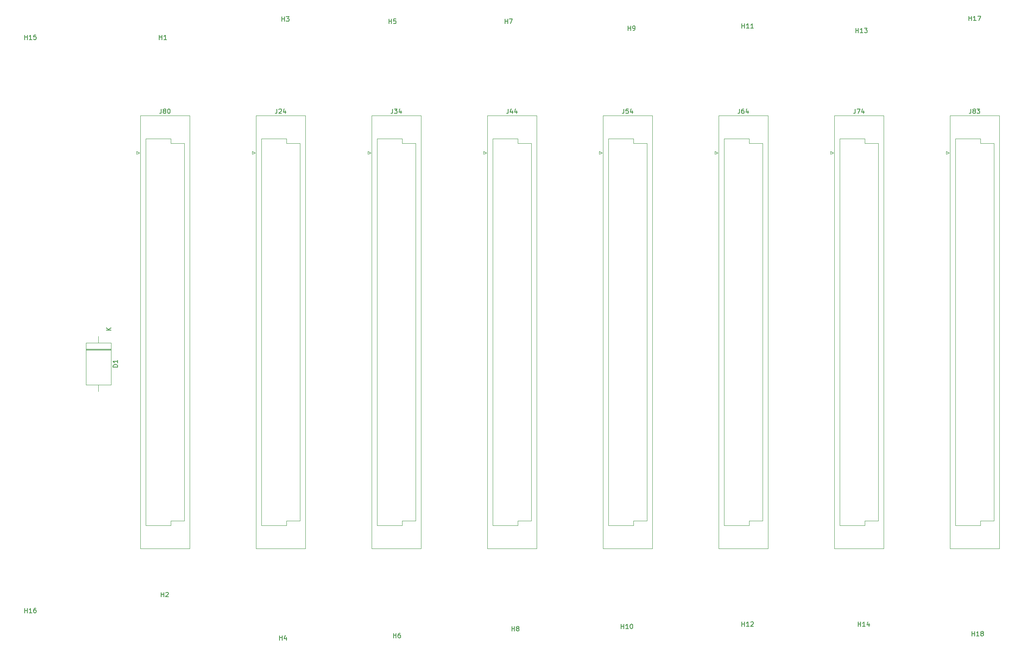
<source format=gbr>
%TF.GenerationSoftware,KiCad,Pcbnew,8.0.9-8.0.9-0~ubuntu22.04.1*%
%TF.CreationDate,2025-06-30T15:02:04+02:00*%
%TF.ProjectId,CPU09BP8,43505530-3942-4503-982e-6b696361645f,rev?*%
%TF.SameCoordinates,Original*%
%TF.FileFunction,Legend,Top*%
%TF.FilePolarity,Positive*%
%FSLAX46Y46*%
G04 Gerber Fmt 4.6, Leading zero omitted, Abs format (unit mm)*
G04 Created by KiCad (PCBNEW 8.0.9-8.0.9-0~ubuntu22.04.1) date 2025-06-30 15:02:04*
%MOMM*%
%LPD*%
G01*
G04 APERTURE LIST*
%ADD10C,0.150000*%
%ADD11C,0.120000*%
G04 APERTURE END LIST*
D10*
X216050476Y-17204819D02*
X216050476Y-17919104D01*
X216050476Y-17919104D02*
X216002857Y-18061961D01*
X216002857Y-18061961D02*
X215907619Y-18157200D01*
X215907619Y-18157200D02*
X215764762Y-18204819D01*
X215764762Y-18204819D02*
X215669524Y-18204819D01*
X216669524Y-17633390D02*
X216574286Y-17585771D01*
X216574286Y-17585771D02*
X216526667Y-17538152D01*
X216526667Y-17538152D02*
X216479048Y-17442914D01*
X216479048Y-17442914D02*
X216479048Y-17395295D01*
X216479048Y-17395295D02*
X216526667Y-17300057D01*
X216526667Y-17300057D02*
X216574286Y-17252438D01*
X216574286Y-17252438D02*
X216669524Y-17204819D01*
X216669524Y-17204819D02*
X216860000Y-17204819D01*
X216860000Y-17204819D02*
X216955238Y-17252438D01*
X216955238Y-17252438D02*
X217002857Y-17300057D01*
X217002857Y-17300057D02*
X217050476Y-17395295D01*
X217050476Y-17395295D02*
X217050476Y-17442914D01*
X217050476Y-17442914D02*
X217002857Y-17538152D01*
X217002857Y-17538152D02*
X216955238Y-17585771D01*
X216955238Y-17585771D02*
X216860000Y-17633390D01*
X216860000Y-17633390D02*
X216669524Y-17633390D01*
X216669524Y-17633390D02*
X216574286Y-17681009D01*
X216574286Y-17681009D02*
X216526667Y-17728628D01*
X216526667Y-17728628D02*
X216479048Y-17823866D01*
X216479048Y-17823866D02*
X216479048Y-18014342D01*
X216479048Y-18014342D02*
X216526667Y-18109580D01*
X216526667Y-18109580D02*
X216574286Y-18157200D01*
X216574286Y-18157200D02*
X216669524Y-18204819D01*
X216669524Y-18204819D02*
X216860000Y-18204819D01*
X216860000Y-18204819D02*
X216955238Y-18157200D01*
X216955238Y-18157200D02*
X217002857Y-18109580D01*
X217002857Y-18109580D02*
X217050476Y-18014342D01*
X217050476Y-18014342D02*
X217050476Y-17823866D01*
X217050476Y-17823866D02*
X217002857Y-17728628D01*
X217002857Y-17728628D02*
X216955238Y-17681009D01*
X216955238Y-17681009D02*
X216860000Y-17633390D01*
X217383810Y-17204819D02*
X218002857Y-17204819D01*
X218002857Y-17204819D02*
X217669524Y-17585771D01*
X217669524Y-17585771D02*
X217812381Y-17585771D01*
X217812381Y-17585771D02*
X217907619Y-17633390D01*
X217907619Y-17633390D02*
X217955238Y-17681009D01*
X217955238Y-17681009D02*
X218002857Y-17776247D01*
X218002857Y-17776247D02*
X218002857Y-18014342D01*
X218002857Y-18014342D02*
X217955238Y-18109580D01*
X217955238Y-18109580D02*
X217907619Y-18157200D01*
X217907619Y-18157200D02*
X217812381Y-18204819D01*
X217812381Y-18204819D02*
X217526667Y-18204819D01*
X217526667Y-18204819D02*
X217431429Y-18157200D01*
X217431429Y-18157200D02*
X217383810Y-18109580D01*
X216256905Y-133054819D02*
X216256905Y-132054819D01*
X216256905Y-132531009D02*
X216828333Y-132531009D01*
X216828333Y-133054819D02*
X216828333Y-132054819D01*
X217828333Y-133054819D02*
X217256905Y-133054819D01*
X217542619Y-133054819D02*
X217542619Y-132054819D01*
X217542619Y-132054819D02*
X217447381Y-132197676D01*
X217447381Y-132197676D02*
X217352143Y-132292914D01*
X217352143Y-132292914D02*
X217256905Y-132340533D01*
X218399762Y-132483390D02*
X218304524Y-132435771D01*
X218304524Y-132435771D02*
X218256905Y-132388152D01*
X218256905Y-132388152D02*
X218209286Y-132292914D01*
X218209286Y-132292914D02*
X218209286Y-132245295D01*
X218209286Y-132245295D02*
X218256905Y-132150057D01*
X218256905Y-132150057D02*
X218304524Y-132102438D01*
X218304524Y-132102438D02*
X218399762Y-132054819D01*
X218399762Y-132054819D02*
X218590238Y-132054819D01*
X218590238Y-132054819D02*
X218685476Y-132102438D01*
X218685476Y-132102438D02*
X218733095Y-132150057D01*
X218733095Y-132150057D02*
X218780714Y-132245295D01*
X218780714Y-132245295D02*
X218780714Y-132292914D01*
X218780714Y-132292914D02*
X218733095Y-132388152D01*
X218733095Y-132388152D02*
X218685476Y-132435771D01*
X218685476Y-132435771D02*
X218590238Y-132483390D01*
X218590238Y-132483390D02*
X218399762Y-132483390D01*
X218399762Y-132483390D02*
X218304524Y-132531009D01*
X218304524Y-132531009D02*
X218256905Y-132578628D01*
X218256905Y-132578628D02*
X218209286Y-132673866D01*
X218209286Y-132673866D02*
X218209286Y-132864342D01*
X218209286Y-132864342D02*
X218256905Y-132959580D01*
X218256905Y-132959580D02*
X218304524Y-133007200D01*
X218304524Y-133007200D02*
X218399762Y-133054819D01*
X218399762Y-133054819D02*
X218590238Y-133054819D01*
X218590238Y-133054819D02*
X218685476Y-133007200D01*
X218685476Y-133007200D02*
X218733095Y-132959580D01*
X218733095Y-132959580D02*
X218780714Y-132864342D01*
X218780714Y-132864342D02*
X218780714Y-132673866D01*
X218780714Y-132673866D02*
X218733095Y-132578628D01*
X218733095Y-132578628D02*
X218685476Y-132531009D01*
X218685476Y-132531009D02*
X218590238Y-132483390D01*
X215621905Y2200180D02*
X215621905Y3200180D01*
X215621905Y2723990D02*
X216193333Y2723990D01*
X216193333Y2200180D02*
X216193333Y3200180D01*
X217193333Y2200180D02*
X216621905Y2200180D01*
X216907619Y2200180D02*
X216907619Y3200180D01*
X216907619Y3200180D02*
X216812381Y3057323D01*
X216812381Y3057323D02*
X216717143Y2962085D01*
X216717143Y2962085D02*
X216621905Y2914466D01*
X217526667Y3200180D02*
X218193333Y3200180D01*
X218193333Y3200180D02*
X217764762Y2200180D01*
X89238095Y-133454819D02*
X89238095Y-132454819D01*
X89238095Y-132931009D02*
X89809523Y-132931009D01*
X89809523Y-133454819D02*
X89809523Y-132454819D01*
X90714285Y-132454819D02*
X90523809Y-132454819D01*
X90523809Y-132454819D02*
X90428571Y-132502438D01*
X90428571Y-132502438D02*
X90380952Y-132550057D01*
X90380952Y-132550057D02*
X90285714Y-132692914D01*
X90285714Y-132692914D02*
X90238095Y-132883390D01*
X90238095Y-132883390D02*
X90238095Y-133264342D01*
X90238095Y-133264342D02*
X90285714Y-133359580D01*
X90285714Y-133359580D02*
X90333333Y-133407200D01*
X90333333Y-133407200D02*
X90428571Y-133454819D01*
X90428571Y-133454819D02*
X90619047Y-133454819D01*
X90619047Y-133454819D02*
X90714285Y-133407200D01*
X90714285Y-133407200D02*
X90761904Y-133359580D01*
X90761904Y-133359580D02*
X90809523Y-133264342D01*
X90809523Y-133264342D02*
X90809523Y-133026247D01*
X90809523Y-133026247D02*
X90761904Y-132931009D01*
X90761904Y-132931009D02*
X90714285Y-132883390D01*
X90714285Y-132883390D02*
X90619047Y-132835771D01*
X90619047Y-132835771D02*
X90428571Y-132835771D01*
X90428571Y-132835771D02*
X90333333Y-132883390D01*
X90333333Y-132883390D02*
X90285714Y-132931009D01*
X90285714Y-132931009D02*
X90238095Y-133026247D01*
X115238095Y-131954819D02*
X115238095Y-130954819D01*
X115238095Y-131431009D02*
X115809523Y-131431009D01*
X115809523Y-131954819D02*
X115809523Y-130954819D01*
X116428571Y-131383390D02*
X116333333Y-131335771D01*
X116333333Y-131335771D02*
X116285714Y-131288152D01*
X116285714Y-131288152D02*
X116238095Y-131192914D01*
X116238095Y-131192914D02*
X116238095Y-131145295D01*
X116238095Y-131145295D02*
X116285714Y-131050057D01*
X116285714Y-131050057D02*
X116333333Y-131002438D01*
X116333333Y-131002438D02*
X116428571Y-130954819D01*
X116428571Y-130954819D02*
X116619047Y-130954819D01*
X116619047Y-130954819D02*
X116714285Y-131002438D01*
X116714285Y-131002438D02*
X116761904Y-131050057D01*
X116761904Y-131050057D02*
X116809523Y-131145295D01*
X116809523Y-131145295D02*
X116809523Y-131192914D01*
X116809523Y-131192914D02*
X116761904Y-131288152D01*
X116761904Y-131288152D02*
X116714285Y-131335771D01*
X116714285Y-131335771D02*
X116619047Y-131383390D01*
X116619047Y-131383390D02*
X116428571Y-131383390D01*
X116428571Y-131383390D02*
X116333333Y-131431009D01*
X116333333Y-131431009D02*
X116285714Y-131478628D01*
X116285714Y-131478628D02*
X116238095Y-131573866D01*
X116238095Y-131573866D02*
X116238095Y-131764342D01*
X116238095Y-131764342D02*
X116285714Y-131859580D01*
X116285714Y-131859580D02*
X116333333Y-131907200D01*
X116333333Y-131907200D02*
X116428571Y-131954819D01*
X116428571Y-131954819D02*
X116619047Y-131954819D01*
X116619047Y-131954819D02*
X116714285Y-131907200D01*
X116714285Y-131907200D02*
X116761904Y-131859580D01*
X116761904Y-131859580D02*
X116809523Y-131764342D01*
X116809523Y-131764342D02*
X116809523Y-131573866D01*
X116809523Y-131573866D02*
X116761904Y-131478628D01*
X116761904Y-131478628D02*
X116714285Y-131431009D01*
X116714285Y-131431009D02*
X116619047Y-131383390D01*
X38250476Y-17204819D02*
X38250476Y-17919104D01*
X38250476Y-17919104D02*
X38202857Y-18061961D01*
X38202857Y-18061961D02*
X38107619Y-18157200D01*
X38107619Y-18157200D02*
X37964762Y-18204819D01*
X37964762Y-18204819D02*
X37869524Y-18204819D01*
X38869524Y-17633390D02*
X38774286Y-17585771D01*
X38774286Y-17585771D02*
X38726667Y-17538152D01*
X38726667Y-17538152D02*
X38679048Y-17442914D01*
X38679048Y-17442914D02*
X38679048Y-17395295D01*
X38679048Y-17395295D02*
X38726667Y-17300057D01*
X38726667Y-17300057D02*
X38774286Y-17252438D01*
X38774286Y-17252438D02*
X38869524Y-17204819D01*
X38869524Y-17204819D02*
X39060000Y-17204819D01*
X39060000Y-17204819D02*
X39155238Y-17252438D01*
X39155238Y-17252438D02*
X39202857Y-17300057D01*
X39202857Y-17300057D02*
X39250476Y-17395295D01*
X39250476Y-17395295D02*
X39250476Y-17442914D01*
X39250476Y-17442914D02*
X39202857Y-17538152D01*
X39202857Y-17538152D02*
X39155238Y-17585771D01*
X39155238Y-17585771D02*
X39060000Y-17633390D01*
X39060000Y-17633390D02*
X38869524Y-17633390D01*
X38869524Y-17633390D02*
X38774286Y-17681009D01*
X38774286Y-17681009D02*
X38726667Y-17728628D01*
X38726667Y-17728628D02*
X38679048Y-17823866D01*
X38679048Y-17823866D02*
X38679048Y-18014342D01*
X38679048Y-18014342D02*
X38726667Y-18109580D01*
X38726667Y-18109580D02*
X38774286Y-18157200D01*
X38774286Y-18157200D02*
X38869524Y-18204819D01*
X38869524Y-18204819D02*
X39060000Y-18204819D01*
X39060000Y-18204819D02*
X39155238Y-18157200D01*
X39155238Y-18157200D02*
X39202857Y-18109580D01*
X39202857Y-18109580D02*
X39250476Y-18014342D01*
X39250476Y-18014342D02*
X39250476Y-17823866D01*
X39250476Y-17823866D02*
X39202857Y-17728628D01*
X39202857Y-17728628D02*
X39155238Y-17681009D01*
X39155238Y-17681009D02*
X39060000Y-17633390D01*
X39869524Y-17204819D02*
X39964762Y-17204819D01*
X39964762Y-17204819D02*
X40060000Y-17252438D01*
X40060000Y-17252438D02*
X40107619Y-17300057D01*
X40107619Y-17300057D02*
X40155238Y-17395295D01*
X40155238Y-17395295D02*
X40202857Y-17585771D01*
X40202857Y-17585771D02*
X40202857Y-17823866D01*
X40202857Y-17823866D02*
X40155238Y-18014342D01*
X40155238Y-18014342D02*
X40107619Y-18109580D01*
X40107619Y-18109580D02*
X40060000Y-18157200D01*
X40060000Y-18157200D02*
X39964762Y-18204819D01*
X39964762Y-18204819D02*
X39869524Y-18204819D01*
X39869524Y-18204819D02*
X39774286Y-18157200D01*
X39774286Y-18157200D02*
X39726667Y-18109580D01*
X39726667Y-18109580D02*
X39679048Y-18014342D01*
X39679048Y-18014342D02*
X39631429Y-17823866D01*
X39631429Y-17823866D02*
X39631429Y-17585771D01*
X39631429Y-17585771D02*
X39679048Y-17395295D01*
X39679048Y-17395295D02*
X39726667Y-17300057D01*
X39726667Y-17300057D02*
X39774286Y-17252438D01*
X39774286Y-17252438D02*
X39869524Y-17204819D01*
X190650476Y-17204819D02*
X190650476Y-17919104D01*
X190650476Y-17919104D02*
X190602857Y-18061961D01*
X190602857Y-18061961D02*
X190507619Y-18157200D01*
X190507619Y-18157200D02*
X190364762Y-18204819D01*
X190364762Y-18204819D02*
X190269524Y-18204819D01*
X191031429Y-17204819D02*
X191698095Y-17204819D01*
X191698095Y-17204819D02*
X191269524Y-18204819D01*
X192507619Y-17538152D02*
X192507619Y-18204819D01*
X192269524Y-17157200D02*
X192031429Y-17871485D01*
X192031429Y-17871485D02*
X192650476Y-17871485D01*
X191261905Y-130954819D02*
X191261905Y-129954819D01*
X191261905Y-130431009D02*
X191833333Y-130431009D01*
X191833333Y-130954819D02*
X191833333Y-129954819D01*
X192833333Y-130954819D02*
X192261905Y-130954819D01*
X192547619Y-130954819D02*
X192547619Y-129954819D01*
X192547619Y-129954819D02*
X192452381Y-130097676D01*
X192452381Y-130097676D02*
X192357143Y-130192914D01*
X192357143Y-130192914D02*
X192261905Y-130240533D01*
X193690476Y-130288152D02*
X193690476Y-130954819D01*
X193452381Y-129907200D02*
X193214286Y-130621485D01*
X193214286Y-130621485D02*
X193833333Y-130621485D01*
X8261905Y-1954819D02*
X8261905Y-954819D01*
X8261905Y-1431009D02*
X8833333Y-1431009D01*
X8833333Y-1954819D02*
X8833333Y-954819D01*
X9833333Y-1954819D02*
X9261905Y-1954819D01*
X9547619Y-1954819D02*
X9547619Y-954819D01*
X9547619Y-954819D02*
X9452381Y-1097676D01*
X9452381Y-1097676D02*
X9357143Y-1192914D01*
X9357143Y-1192914D02*
X9261905Y-1240533D01*
X10738095Y-954819D02*
X10261905Y-954819D01*
X10261905Y-954819D02*
X10214286Y-1431009D01*
X10214286Y-1431009D02*
X10261905Y-1383390D01*
X10261905Y-1383390D02*
X10357143Y-1335771D01*
X10357143Y-1335771D02*
X10595238Y-1335771D01*
X10595238Y-1335771D02*
X10690476Y-1383390D01*
X10690476Y-1383390D02*
X10738095Y-1431009D01*
X10738095Y-1431009D02*
X10785714Y-1526247D01*
X10785714Y-1526247D02*
X10785714Y-1764342D01*
X10785714Y-1764342D02*
X10738095Y-1859580D01*
X10738095Y-1859580D02*
X10690476Y-1907200D01*
X10690476Y-1907200D02*
X10595238Y-1954819D01*
X10595238Y-1954819D02*
X10357143Y-1954819D01*
X10357143Y-1954819D02*
X10261905Y-1907200D01*
X10261905Y-1907200D02*
X10214286Y-1859580D01*
X139261905Y-131454819D02*
X139261905Y-130454819D01*
X139261905Y-130931009D02*
X139833333Y-130931009D01*
X139833333Y-131454819D02*
X139833333Y-130454819D01*
X140833333Y-131454819D02*
X140261905Y-131454819D01*
X140547619Y-131454819D02*
X140547619Y-130454819D01*
X140547619Y-130454819D02*
X140452381Y-130597676D01*
X140452381Y-130597676D02*
X140357143Y-130692914D01*
X140357143Y-130692914D02*
X140261905Y-130740533D01*
X141452381Y-130454819D02*
X141547619Y-130454819D01*
X141547619Y-130454819D02*
X141642857Y-130502438D01*
X141642857Y-130502438D02*
X141690476Y-130550057D01*
X141690476Y-130550057D02*
X141738095Y-130645295D01*
X141738095Y-130645295D02*
X141785714Y-130835771D01*
X141785714Y-130835771D02*
X141785714Y-131073866D01*
X141785714Y-131073866D02*
X141738095Y-131264342D01*
X141738095Y-131264342D02*
X141690476Y-131359580D01*
X141690476Y-131359580D02*
X141642857Y-131407200D01*
X141642857Y-131407200D02*
X141547619Y-131454819D01*
X141547619Y-131454819D02*
X141452381Y-131454819D01*
X141452381Y-131454819D02*
X141357143Y-131407200D01*
X141357143Y-131407200D02*
X141309524Y-131359580D01*
X141309524Y-131359580D02*
X141261905Y-131264342D01*
X141261905Y-131264342D02*
X141214286Y-131073866D01*
X141214286Y-131073866D02*
X141214286Y-130835771D01*
X141214286Y-130835771D02*
X141261905Y-130645295D01*
X141261905Y-130645295D02*
X141309524Y-130550057D01*
X141309524Y-130550057D02*
X141357143Y-130502438D01*
X141357143Y-130502438D02*
X141452381Y-130454819D01*
X165250476Y-17204819D02*
X165250476Y-17919104D01*
X165250476Y-17919104D02*
X165202857Y-18061961D01*
X165202857Y-18061961D02*
X165107619Y-18157200D01*
X165107619Y-18157200D02*
X164964762Y-18204819D01*
X164964762Y-18204819D02*
X164869524Y-18204819D01*
X166155238Y-17204819D02*
X165964762Y-17204819D01*
X165964762Y-17204819D02*
X165869524Y-17252438D01*
X165869524Y-17252438D02*
X165821905Y-17300057D01*
X165821905Y-17300057D02*
X165726667Y-17442914D01*
X165726667Y-17442914D02*
X165679048Y-17633390D01*
X165679048Y-17633390D02*
X165679048Y-18014342D01*
X165679048Y-18014342D02*
X165726667Y-18109580D01*
X165726667Y-18109580D02*
X165774286Y-18157200D01*
X165774286Y-18157200D02*
X165869524Y-18204819D01*
X165869524Y-18204819D02*
X166060000Y-18204819D01*
X166060000Y-18204819D02*
X166155238Y-18157200D01*
X166155238Y-18157200D02*
X166202857Y-18109580D01*
X166202857Y-18109580D02*
X166250476Y-18014342D01*
X166250476Y-18014342D02*
X166250476Y-17776247D01*
X166250476Y-17776247D02*
X166202857Y-17681009D01*
X166202857Y-17681009D02*
X166155238Y-17633390D01*
X166155238Y-17633390D02*
X166060000Y-17585771D01*
X166060000Y-17585771D02*
X165869524Y-17585771D01*
X165869524Y-17585771D02*
X165774286Y-17633390D01*
X165774286Y-17633390D02*
X165726667Y-17681009D01*
X165726667Y-17681009D02*
X165679048Y-17776247D01*
X167107619Y-17538152D02*
X167107619Y-18204819D01*
X166869524Y-17157200D02*
X166631429Y-17871485D01*
X166631429Y-17871485D02*
X167250476Y-17871485D01*
X190761905Y-454819D02*
X190761905Y545180D01*
X190761905Y68990D02*
X191333333Y68990D01*
X191333333Y-454819D02*
X191333333Y545180D01*
X192333333Y-454819D02*
X191761905Y-454819D01*
X192047619Y-454819D02*
X192047619Y545180D01*
X192047619Y545180D02*
X191952381Y402323D01*
X191952381Y402323D02*
X191857143Y307085D01*
X191857143Y307085D02*
X191761905Y259466D01*
X192666667Y545180D02*
X193285714Y545180D01*
X193285714Y545180D02*
X192952381Y164228D01*
X192952381Y164228D02*
X193095238Y164228D01*
X193095238Y164228D02*
X193190476Y116609D01*
X193190476Y116609D02*
X193238095Y68990D01*
X193238095Y68990D02*
X193285714Y-26247D01*
X193285714Y-26247D02*
X193285714Y-264342D01*
X193285714Y-264342D02*
X193238095Y-359580D01*
X193238095Y-359580D02*
X193190476Y-407200D01*
X193190476Y-407200D02*
X193095238Y-454819D01*
X193095238Y-454819D02*
X192809524Y-454819D01*
X192809524Y-454819D02*
X192714286Y-407200D01*
X192714286Y-407200D02*
X192666667Y-359580D01*
X37838095Y-1954819D02*
X37838095Y-954819D01*
X37838095Y-1431009D02*
X38409523Y-1431009D01*
X38409523Y-1954819D02*
X38409523Y-954819D01*
X39409523Y-1954819D02*
X38838095Y-1954819D01*
X39123809Y-1954819D02*
X39123809Y-954819D01*
X39123809Y-954819D02*
X39028571Y-1097676D01*
X39028571Y-1097676D02*
X38933333Y-1192914D01*
X38933333Y-1192914D02*
X38838095Y-1240533D01*
X38238095Y-124454819D02*
X38238095Y-123454819D01*
X38238095Y-123931009D02*
X38809523Y-123931009D01*
X38809523Y-124454819D02*
X38809523Y-123454819D01*
X39238095Y-123550057D02*
X39285714Y-123502438D01*
X39285714Y-123502438D02*
X39380952Y-123454819D01*
X39380952Y-123454819D02*
X39619047Y-123454819D01*
X39619047Y-123454819D02*
X39714285Y-123502438D01*
X39714285Y-123502438D02*
X39761904Y-123550057D01*
X39761904Y-123550057D02*
X39809523Y-123645295D01*
X39809523Y-123645295D02*
X39809523Y-123740533D01*
X39809523Y-123740533D02*
X39761904Y-123883390D01*
X39761904Y-123883390D02*
X39190476Y-124454819D01*
X39190476Y-124454819D02*
X39809523Y-124454819D01*
X140738095Y45180D02*
X140738095Y1045180D01*
X140738095Y568990D02*
X141309523Y568990D01*
X141309523Y45180D02*
X141309523Y1045180D01*
X141833333Y45180D02*
X142023809Y45180D01*
X142023809Y45180D02*
X142119047Y92800D01*
X142119047Y92800D02*
X142166666Y140419D01*
X142166666Y140419D02*
X142261904Y283276D01*
X142261904Y283276D02*
X142309523Y473752D01*
X142309523Y473752D02*
X142309523Y854704D01*
X142309523Y854704D02*
X142261904Y949942D01*
X142261904Y949942D02*
X142214285Y997561D01*
X142214285Y997561D02*
X142119047Y1045180D01*
X142119047Y1045180D02*
X141928571Y1045180D01*
X141928571Y1045180D02*
X141833333Y997561D01*
X141833333Y997561D02*
X141785714Y949942D01*
X141785714Y949942D02*
X141738095Y854704D01*
X141738095Y854704D02*
X141738095Y616609D01*
X141738095Y616609D02*
X141785714Y521371D01*
X141785714Y521371D02*
X141833333Y473752D01*
X141833333Y473752D02*
X141928571Y426133D01*
X141928571Y426133D02*
X142119047Y426133D01*
X142119047Y426133D02*
X142214285Y473752D01*
X142214285Y473752D02*
X142261904Y521371D01*
X142261904Y521371D02*
X142309523Y616609D01*
X88238095Y1545180D02*
X88238095Y2545180D01*
X88238095Y2068990D02*
X88809523Y2068990D01*
X88809523Y1545180D02*
X88809523Y2545180D01*
X89761904Y2545180D02*
X89285714Y2545180D01*
X89285714Y2545180D02*
X89238095Y2068990D01*
X89238095Y2068990D02*
X89285714Y2116609D01*
X89285714Y2116609D02*
X89380952Y2164228D01*
X89380952Y2164228D02*
X89619047Y2164228D01*
X89619047Y2164228D02*
X89714285Y2116609D01*
X89714285Y2116609D02*
X89761904Y2068990D01*
X89761904Y2068990D02*
X89809523Y1973752D01*
X89809523Y1973752D02*
X89809523Y1735657D01*
X89809523Y1735657D02*
X89761904Y1640419D01*
X89761904Y1640419D02*
X89714285Y1592800D01*
X89714285Y1592800D02*
X89619047Y1545180D01*
X89619047Y1545180D02*
X89380952Y1545180D01*
X89380952Y1545180D02*
X89285714Y1592800D01*
X89285714Y1592800D02*
X89238095Y1640419D01*
X139850476Y-17204819D02*
X139850476Y-17919104D01*
X139850476Y-17919104D02*
X139802857Y-18061961D01*
X139802857Y-18061961D02*
X139707619Y-18157200D01*
X139707619Y-18157200D02*
X139564762Y-18204819D01*
X139564762Y-18204819D02*
X139469524Y-18204819D01*
X140802857Y-17204819D02*
X140326667Y-17204819D01*
X140326667Y-17204819D02*
X140279048Y-17681009D01*
X140279048Y-17681009D02*
X140326667Y-17633390D01*
X140326667Y-17633390D02*
X140421905Y-17585771D01*
X140421905Y-17585771D02*
X140660000Y-17585771D01*
X140660000Y-17585771D02*
X140755238Y-17633390D01*
X140755238Y-17633390D02*
X140802857Y-17681009D01*
X140802857Y-17681009D02*
X140850476Y-17776247D01*
X140850476Y-17776247D02*
X140850476Y-18014342D01*
X140850476Y-18014342D02*
X140802857Y-18109580D01*
X140802857Y-18109580D02*
X140755238Y-18157200D01*
X140755238Y-18157200D02*
X140660000Y-18204819D01*
X140660000Y-18204819D02*
X140421905Y-18204819D01*
X140421905Y-18204819D02*
X140326667Y-18157200D01*
X140326667Y-18157200D02*
X140279048Y-18109580D01*
X141707619Y-17538152D02*
X141707619Y-18204819D01*
X141469524Y-17157200D02*
X141231429Y-17871485D01*
X141231429Y-17871485D02*
X141850476Y-17871485D01*
X8261905Y-127954819D02*
X8261905Y-126954819D01*
X8261905Y-127431009D02*
X8833333Y-127431009D01*
X8833333Y-127954819D02*
X8833333Y-126954819D01*
X9833333Y-127954819D02*
X9261905Y-127954819D01*
X9547619Y-127954819D02*
X9547619Y-126954819D01*
X9547619Y-126954819D02*
X9452381Y-127097676D01*
X9452381Y-127097676D02*
X9357143Y-127192914D01*
X9357143Y-127192914D02*
X9261905Y-127240533D01*
X10690476Y-126954819D02*
X10500000Y-126954819D01*
X10500000Y-126954819D02*
X10404762Y-127002438D01*
X10404762Y-127002438D02*
X10357143Y-127050057D01*
X10357143Y-127050057D02*
X10261905Y-127192914D01*
X10261905Y-127192914D02*
X10214286Y-127383390D01*
X10214286Y-127383390D02*
X10214286Y-127764342D01*
X10214286Y-127764342D02*
X10261905Y-127859580D01*
X10261905Y-127859580D02*
X10309524Y-127907200D01*
X10309524Y-127907200D02*
X10404762Y-127954819D01*
X10404762Y-127954819D02*
X10595238Y-127954819D01*
X10595238Y-127954819D02*
X10690476Y-127907200D01*
X10690476Y-127907200D02*
X10738095Y-127859580D01*
X10738095Y-127859580D02*
X10785714Y-127764342D01*
X10785714Y-127764342D02*
X10785714Y-127526247D01*
X10785714Y-127526247D02*
X10738095Y-127431009D01*
X10738095Y-127431009D02*
X10690476Y-127383390D01*
X10690476Y-127383390D02*
X10595238Y-127335771D01*
X10595238Y-127335771D02*
X10404762Y-127335771D01*
X10404762Y-127335771D02*
X10309524Y-127383390D01*
X10309524Y-127383390D02*
X10261905Y-127431009D01*
X10261905Y-127431009D02*
X10214286Y-127526247D01*
X28679819Y-73973094D02*
X27679819Y-73973094D01*
X27679819Y-73973094D02*
X27679819Y-73734999D01*
X27679819Y-73734999D02*
X27727438Y-73592142D01*
X27727438Y-73592142D02*
X27822676Y-73496904D01*
X27822676Y-73496904D02*
X27917914Y-73449285D01*
X27917914Y-73449285D02*
X28108390Y-73401666D01*
X28108390Y-73401666D02*
X28251247Y-73401666D01*
X28251247Y-73401666D02*
X28441723Y-73449285D01*
X28441723Y-73449285D02*
X28536961Y-73496904D01*
X28536961Y-73496904D02*
X28632200Y-73592142D01*
X28632200Y-73592142D02*
X28679819Y-73734999D01*
X28679819Y-73734999D02*
X28679819Y-73973094D01*
X28679819Y-72449285D02*
X28679819Y-73020713D01*
X28679819Y-72734999D02*
X27679819Y-72734999D01*
X27679819Y-72734999D02*
X27822676Y-72830237D01*
X27822676Y-72830237D02*
X27917914Y-72925475D01*
X27917914Y-72925475D02*
X27965533Y-73020713D01*
X27209819Y-65876904D02*
X26209819Y-65876904D01*
X27209819Y-65305476D02*
X26638390Y-65734047D01*
X26209819Y-65305476D02*
X26781247Y-65876904D01*
X113738095Y1545180D02*
X113738095Y2545180D01*
X113738095Y2068990D02*
X114309523Y2068990D01*
X114309523Y1545180D02*
X114309523Y2545180D01*
X114690476Y2545180D02*
X115357142Y2545180D01*
X115357142Y2545180D02*
X114928571Y1545180D01*
X165761905Y545180D02*
X165761905Y1545180D01*
X165761905Y1068990D02*
X166333333Y1068990D01*
X166333333Y545180D02*
X166333333Y1545180D01*
X167333333Y545180D02*
X166761905Y545180D01*
X167047619Y545180D02*
X167047619Y1545180D01*
X167047619Y1545180D02*
X166952381Y1402323D01*
X166952381Y1402323D02*
X166857143Y1307085D01*
X166857143Y1307085D02*
X166761905Y1259466D01*
X168285714Y545180D02*
X167714286Y545180D01*
X168000000Y545180D02*
X168000000Y1545180D01*
X168000000Y1545180D02*
X167904762Y1402323D01*
X167904762Y1402323D02*
X167809524Y1307085D01*
X167809524Y1307085D02*
X167714286Y1259466D01*
X114450476Y-17204819D02*
X114450476Y-17919104D01*
X114450476Y-17919104D02*
X114402857Y-18061961D01*
X114402857Y-18061961D02*
X114307619Y-18157200D01*
X114307619Y-18157200D02*
X114164762Y-18204819D01*
X114164762Y-18204819D02*
X114069524Y-18204819D01*
X115355238Y-17538152D02*
X115355238Y-18204819D01*
X115117143Y-17157200D02*
X114879048Y-17871485D01*
X114879048Y-17871485D02*
X115498095Y-17871485D01*
X116307619Y-17538152D02*
X116307619Y-18204819D01*
X116069524Y-17157200D02*
X115831429Y-17871485D01*
X115831429Y-17871485D02*
X116450476Y-17871485D01*
X165761905Y-130954819D02*
X165761905Y-129954819D01*
X165761905Y-130431009D02*
X166333333Y-130431009D01*
X166333333Y-130954819D02*
X166333333Y-129954819D01*
X167333333Y-130954819D02*
X166761905Y-130954819D01*
X167047619Y-130954819D02*
X167047619Y-129954819D01*
X167047619Y-129954819D02*
X166952381Y-130097676D01*
X166952381Y-130097676D02*
X166857143Y-130192914D01*
X166857143Y-130192914D02*
X166761905Y-130240533D01*
X167714286Y-130050057D02*
X167761905Y-130002438D01*
X167761905Y-130002438D02*
X167857143Y-129954819D01*
X167857143Y-129954819D02*
X168095238Y-129954819D01*
X168095238Y-129954819D02*
X168190476Y-130002438D01*
X168190476Y-130002438D02*
X168238095Y-130050057D01*
X168238095Y-130050057D02*
X168285714Y-130145295D01*
X168285714Y-130145295D02*
X168285714Y-130240533D01*
X168285714Y-130240533D02*
X168238095Y-130383390D01*
X168238095Y-130383390D02*
X167666667Y-130954819D01*
X167666667Y-130954819D02*
X168285714Y-130954819D01*
X64238095Y-133954819D02*
X64238095Y-132954819D01*
X64238095Y-133431009D02*
X64809523Y-133431009D01*
X64809523Y-133954819D02*
X64809523Y-132954819D01*
X65714285Y-133288152D02*
X65714285Y-133954819D01*
X65476190Y-132907200D02*
X65238095Y-133621485D01*
X65238095Y-133621485D02*
X65857142Y-133621485D01*
X64738095Y2045180D02*
X64738095Y3045180D01*
X64738095Y2568990D02*
X65309523Y2568990D01*
X65309523Y2045180D02*
X65309523Y3045180D01*
X65690476Y3045180D02*
X66309523Y3045180D01*
X66309523Y3045180D02*
X65976190Y2664228D01*
X65976190Y2664228D02*
X66119047Y2664228D01*
X66119047Y2664228D02*
X66214285Y2616609D01*
X66214285Y2616609D02*
X66261904Y2568990D01*
X66261904Y2568990D02*
X66309523Y2473752D01*
X66309523Y2473752D02*
X66309523Y2235657D01*
X66309523Y2235657D02*
X66261904Y2140419D01*
X66261904Y2140419D02*
X66214285Y2092800D01*
X66214285Y2092800D02*
X66119047Y2045180D01*
X66119047Y2045180D02*
X65833333Y2045180D01*
X65833333Y2045180D02*
X65738095Y2092800D01*
X65738095Y2092800D02*
X65690476Y2140419D01*
X63650476Y-17204819D02*
X63650476Y-17919104D01*
X63650476Y-17919104D02*
X63602857Y-18061961D01*
X63602857Y-18061961D02*
X63507619Y-18157200D01*
X63507619Y-18157200D02*
X63364762Y-18204819D01*
X63364762Y-18204819D02*
X63269524Y-18204819D01*
X64079048Y-17300057D02*
X64126667Y-17252438D01*
X64126667Y-17252438D02*
X64221905Y-17204819D01*
X64221905Y-17204819D02*
X64460000Y-17204819D01*
X64460000Y-17204819D02*
X64555238Y-17252438D01*
X64555238Y-17252438D02*
X64602857Y-17300057D01*
X64602857Y-17300057D02*
X64650476Y-17395295D01*
X64650476Y-17395295D02*
X64650476Y-17490533D01*
X64650476Y-17490533D02*
X64602857Y-17633390D01*
X64602857Y-17633390D02*
X64031429Y-18204819D01*
X64031429Y-18204819D02*
X64650476Y-18204819D01*
X65507619Y-17538152D02*
X65507619Y-18204819D01*
X65269524Y-17157200D02*
X65031429Y-17871485D01*
X65031429Y-17871485D02*
X65650476Y-17871485D01*
X89050476Y-17204819D02*
X89050476Y-17919104D01*
X89050476Y-17919104D02*
X89002857Y-18061961D01*
X89002857Y-18061961D02*
X88907619Y-18157200D01*
X88907619Y-18157200D02*
X88764762Y-18204819D01*
X88764762Y-18204819D02*
X88669524Y-18204819D01*
X89431429Y-17204819D02*
X90050476Y-17204819D01*
X90050476Y-17204819D02*
X89717143Y-17585771D01*
X89717143Y-17585771D02*
X89860000Y-17585771D01*
X89860000Y-17585771D02*
X89955238Y-17633390D01*
X89955238Y-17633390D02*
X90002857Y-17681009D01*
X90002857Y-17681009D02*
X90050476Y-17776247D01*
X90050476Y-17776247D02*
X90050476Y-18014342D01*
X90050476Y-18014342D02*
X90002857Y-18109580D01*
X90002857Y-18109580D02*
X89955238Y-18157200D01*
X89955238Y-18157200D02*
X89860000Y-18204819D01*
X89860000Y-18204819D02*
X89574286Y-18204819D01*
X89574286Y-18204819D02*
X89479048Y-18157200D01*
X89479048Y-18157200D02*
X89431429Y-18109580D01*
X90907619Y-17538152D02*
X90907619Y-18204819D01*
X90669524Y-17157200D02*
X90431429Y-17871485D01*
X90431429Y-17871485D02*
X91050476Y-17871485D01*
D11*
%TO.C,J83*%
X210580000Y-26580000D02*
X210580000Y-27180000D01*
X210580000Y-27180000D02*
X211260000Y-26880000D01*
X211260000Y-26880000D02*
X210580000Y-26580000D01*
X211450000Y-18640000D02*
X222270000Y-18640000D01*
X211450000Y-113860000D02*
X211450000Y-18640000D01*
X212610000Y-23749000D02*
X218110000Y-23749000D01*
X212610000Y-108750000D02*
X212610000Y-23749000D01*
X218110000Y-23749000D02*
X218110000Y-24749000D01*
X218110000Y-24749000D02*
X221110000Y-24749000D01*
X218110000Y-107750000D02*
X218110000Y-108750000D01*
X218110000Y-108750000D02*
X212610000Y-108750000D01*
X221110000Y-24749000D02*
X221110000Y-107750000D01*
X221110000Y-107750000D02*
X218110000Y-107750000D01*
X222270000Y-18640000D02*
X222270000Y-113860000D01*
X222270000Y-113860000D02*
X211450000Y-113860000D01*
%TO.C,J80*%
X32780000Y-26580000D02*
X32780000Y-27180000D01*
X32780000Y-27180000D02*
X33460000Y-26880000D01*
X33460000Y-26880000D02*
X32780000Y-26580000D01*
X33650000Y-18640000D02*
X44470000Y-18640000D01*
X33650000Y-113860000D02*
X33650000Y-18640000D01*
X34810000Y-23749000D02*
X40310000Y-23749000D01*
X34810000Y-108750000D02*
X34810000Y-23749000D01*
X40310000Y-23749000D02*
X40310000Y-24749000D01*
X40310000Y-24749000D02*
X43310000Y-24749000D01*
X40310000Y-107750000D02*
X40310000Y-108750000D01*
X40310000Y-108750000D02*
X34810000Y-108750000D01*
X43310000Y-24749000D02*
X43310000Y-107750000D01*
X43310000Y-107750000D02*
X40310000Y-107750000D01*
X44470000Y-18640000D02*
X44470000Y-113860000D01*
X44470000Y-113860000D02*
X33650000Y-113860000D01*
%TO.C,J74*%
X185180000Y-26580000D02*
X185180000Y-27180000D01*
X185180000Y-27180000D02*
X185860000Y-26880000D01*
X185860000Y-26880000D02*
X185180000Y-26580000D01*
X186050000Y-18640000D02*
X196870000Y-18640000D01*
X186050000Y-113860000D02*
X186050000Y-18640000D01*
X187210000Y-23749000D02*
X192710000Y-23749000D01*
X187210000Y-108750000D02*
X187210000Y-23749000D01*
X192710000Y-23749000D02*
X192710000Y-24749000D01*
X192710000Y-24749000D02*
X195710000Y-24749000D01*
X192710000Y-107750000D02*
X192710000Y-108750000D01*
X192710000Y-108750000D02*
X187210000Y-108750000D01*
X195710000Y-24749000D02*
X195710000Y-107750000D01*
X195710000Y-107750000D02*
X192710000Y-107750000D01*
X196870000Y-18640000D02*
X196870000Y-113860000D01*
X196870000Y-113860000D02*
X186050000Y-113860000D01*
%TO.C,J64*%
X159780000Y-26580000D02*
X159780000Y-27180000D01*
X159780000Y-27180000D02*
X160460000Y-26880000D01*
X160460000Y-26880000D02*
X159780000Y-26580000D01*
X160650000Y-18640000D02*
X171470000Y-18640000D01*
X160650000Y-113860000D02*
X160650000Y-18640000D01*
X161810000Y-23749000D02*
X167310000Y-23749000D01*
X161810000Y-108750000D02*
X161810000Y-23749000D01*
X167310000Y-23749000D02*
X167310000Y-24749000D01*
X167310000Y-24749000D02*
X170310000Y-24749000D01*
X167310000Y-107750000D02*
X167310000Y-108750000D01*
X167310000Y-108750000D02*
X161810000Y-108750000D01*
X170310000Y-24749000D02*
X170310000Y-107750000D01*
X170310000Y-107750000D02*
X167310000Y-107750000D01*
X171470000Y-18640000D02*
X171470000Y-113860000D01*
X171470000Y-113860000D02*
X160650000Y-113860000D01*
%TO.C,J54*%
X134380000Y-26580000D02*
X134380000Y-27180000D01*
X134380000Y-27180000D02*
X135060000Y-26880000D01*
X135060000Y-26880000D02*
X134380000Y-26580000D01*
X135250000Y-18640000D02*
X146070000Y-18640000D01*
X135250000Y-113860000D02*
X135250000Y-18640000D01*
X136410000Y-23749000D02*
X141910000Y-23749000D01*
X136410000Y-108750000D02*
X136410000Y-23749000D01*
X141910000Y-23749000D02*
X141910000Y-24749000D01*
X141910000Y-24749000D02*
X144910000Y-24749000D01*
X141910000Y-107750000D02*
X141910000Y-108750000D01*
X141910000Y-108750000D02*
X136410000Y-108750000D01*
X144910000Y-24749000D02*
X144910000Y-107750000D01*
X144910000Y-107750000D02*
X141910000Y-107750000D01*
X146070000Y-18640000D02*
X146070000Y-113860000D01*
X146070000Y-113860000D02*
X135250000Y-113860000D01*
%TO.C,D1*%
X21685000Y-68615000D02*
X21685000Y-77855000D01*
X21685000Y-77855000D02*
X27225000Y-77855000D01*
X24455000Y-67155000D02*
X24455000Y-68615000D01*
X24455000Y-79315000D02*
X24455000Y-77855000D01*
X27225000Y-68615000D02*
X21685000Y-68615000D01*
X27225000Y-69965000D02*
X21685000Y-69965000D01*
X27225000Y-70085000D02*
X21685000Y-70085000D01*
X27225000Y-70205000D02*
X21685000Y-70205000D01*
X27225000Y-77855000D02*
X27225000Y-68615000D01*
%TO.C,J44*%
X108980000Y-26580000D02*
X108980000Y-27180000D01*
X108980000Y-27180000D02*
X109660000Y-26880000D01*
X109660000Y-26880000D02*
X108980000Y-26580000D01*
X109850000Y-18640000D02*
X120670000Y-18640000D01*
X109850000Y-113860000D02*
X109850000Y-18640000D01*
X111010000Y-23749000D02*
X116510000Y-23749000D01*
X111010000Y-108750000D02*
X111010000Y-23749000D01*
X116510000Y-23749000D02*
X116510000Y-24749000D01*
X116510000Y-24749000D02*
X119510000Y-24749000D01*
X116510000Y-107750000D02*
X116510000Y-108750000D01*
X116510000Y-108750000D02*
X111010000Y-108750000D01*
X119510000Y-24749000D02*
X119510000Y-107750000D01*
X119510000Y-107750000D02*
X116510000Y-107750000D01*
X120670000Y-18640000D02*
X120670000Y-113860000D01*
X120670000Y-113860000D02*
X109850000Y-113860000D01*
%TO.C,J24*%
X58180000Y-26580000D02*
X58180000Y-27180000D01*
X58180000Y-27180000D02*
X58860000Y-26880000D01*
X58860000Y-26880000D02*
X58180000Y-26580000D01*
X59050000Y-18640000D02*
X69870000Y-18640000D01*
X59050000Y-113860000D02*
X59050000Y-18640000D01*
X60210000Y-23749000D02*
X65710000Y-23749000D01*
X60210000Y-108750000D02*
X60210000Y-23749000D01*
X65710000Y-23749000D02*
X65710000Y-24749000D01*
X65710000Y-24749000D02*
X68710000Y-24749000D01*
X65710000Y-107750000D02*
X65710000Y-108750000D01*
X65710000Y-108750000D02*
X60210000Y-108750000D01*
X68710000Y-24749000D02*
X68710000Y-107750000D01*
X68710000Y-107750000D02*
X65710000Y-107750000D01*
X69870000Y-18640000D02*
X69870000Y-113860000D01*
X69870000Y-113860000D02*
X59050000Y-113860000D01*
%TO.C,J34*%
X83580000Y-26580000D02*
X83580000Y-27180000D01*
X83580000Y-27180000D02*
X84260000Y-26880000D01*
X84260000Y-26880000D02*
X83580000Y-26580000D01*
X84450000Y-18640000D02*
X95270000Y-18640000D01*
X84450000Y-113860000D02*
X84450000Y-18640000D01*
X85610000Y-23749000D02*
X91110000Y-23749000D01*
X85610000Y-108750000D02*
X85610000Y-23749000D01*
X91110000Y-23749000D02*
X91110000Y-24749000D01*
X91110000Y-24749000D02*
X94110000Y-24749000D01*
X91110000Y-107750000D02*
X91110000Y-108750000D01*
X91110000Y-108750000D02*
X85610000Y-108750000D01*
X94110000Y-24749000D02*
X94110000Y-107750000D01*
X94110000Y-107750000D02*
X91110000Y-107750000D01*
X95270000Y-18640000D02*
X95270000Y-113860000D01*
X95270000Y-113860000D02*
X84450000Y-113860000D01*
%TD*%
M02*

</source>
